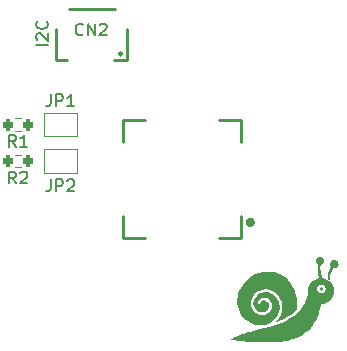
<source format=gbr>
%TF.GenerationSoftware,KiCad,Pcbnew,7.0.11-7.0.11~ubuntu22.04.1*%
%TF.CreationDate,2024-06-13T22:21:10+02:00*%
%TF.ProjectId,schneggi_sensor_kicad7,7363686e-6567-4676-995f-73656e736f72,rev?*%
%TF.SameCoordinates,Original*%
%TF.FileFunction,Legend,Top*%
%TF.FilePolarity,Positive*%
%FSLAX46Y46*%
G04 Gerber Fmt 4.6, Leading zero omitted, Abs format (unit mm)*
G04 Created by KiCad (PCBNEW 7.0.11-7.0.11~ubuntu22.04.1) date 2024-06-13 22:21:10*
%MOMM*%
%LPD*%
G01*
G04 APERTURE LIST*
G04 Aperture macros list*
%AMRoundRect*
0 Rectangle with rounded corners*
0 $1 Rounding radius*
0 $2 $3 $4 $5 $6 $7 $8 $9 X,Y pos of 4 corners*
0 Add a 4 corners polygon primitive as box body*
4,1,4,$2,$3,$4,$5,$6,$7,$8,$9,$2,$3,0*
0 Add four circle primitives for the rounded corners*
1,1,$1+$1,$2,$3*
1,1,$1+$1,$4,$5*
1,1,$1+$1,$6,$7*
1,1,$1+$1,$8,$9*
0 Add four rect primitives between the rounded corners*
20,1,$1+$1,$2,$3,$4,$5,0*
20,1,$1+$1,$4,$5,$6,$7,0*
20,1,$1+$1,$6,$7,$8,$9,0*
20,1,$1+$1,$8,$9,$2,$3,0*%
%AMFreePoly0*
4,1,6,1.000000,0.000000,0.500000,-0.750000,-0.500000,-0.750000,-0.500000,0.750000,0.500000,0.750000,1.000000,0.000000,1.000000,0.000000,$1*%
%AMFreePoly1*
4,1,6,0.500000,-0.750000,-0.650000,-0.750000,-0.150000,0.000000,-0.650000,0.750000,0.500000,0.750000,0.500000,-0.750000,0.500000,-0.750000,$1*%
G04 Aperture macros list end*
%ADD10C,0.150000*%
%ADD11C,0.120000*%
%ADD12C,0.250000*%
%ADD13C,0.400000*%
%ADD14RoundRect,0.200000X0.200000X0.275000X-0.200000X0.275000X-0.200000X-0.275000X0.200000X-0.275000X0*%
%ADD15C,2.200000*%
%ADD16FreePoly0,180.000000*%
%ADD17FreePoly1,180.000000*%
%ADD18R,2.200000X0.800000*%
%ADD19R,0.800000X2.200000*%
%ADD20R,4.800000X4.800000*%
%ADD21R,0.600000X1.550000*%
%ADD22R,1.200000X1.800000*%
G04 APERTURE END LIST*
D10*
X6154819Y-3676189D02*
X5154819Y-3676189D01*
X5250057Y-3247618D02*
X5202438Y-3199999D01*
X5202438Y-3199999D02*
X5154819Y-3104761D01*
X5154819Y-3104761D02*
X5154819Y-2866666D01*
X5154819Y-2866666D02*
X5202438Y-2771428D01*
X5202438Y-2771428D02*
X5250057Y-2723809D01*
X5250057Y-2723809D02*
X5345295Y-2676190D01*
X5345295Y-2676190D02*
X5440533Y-2676190D01*
X5440533Y-2676190D02*
X5583390Y-2723809D01*
X5583390Y-2723809D02*
X6154819Y-3295237D01*
X6154819Y-3295237D02*
X6154819Y-2676190D01*
X6059580Y-1676190D02*
X6107200Y-1723809D01*
X6107200Y-1723809D02*
X6154819Y-1866666D01*
X6154819Y-1866666D02*
X6154819Y-1961904D01*
X6154819Y-1961904D02*
X6107200Y-2104761D01*
X6107200Y-2104761D02*
X6011961Y-2199999D01*
X6011961Y-2199999D02*
X5916723Y-2247618D01*
X5916723Y-2247618D02*
X5726247Y-2295237D01*
X5726247Y-2295237D02*
X5583390Y-2295237D01*
X5583390Y-2295237D02*
X5392914Y-2247618D01*
X5392914Y-2247618D02*
X5297676Y-2199999D01*
X5297676Y-2199999D02*
X5202438Y-2104761D01*
X5202438Y-2104761D02*
X5154819Y-1961904D01*
X5154819Y-1961904D02*
X5154819Y-1866666D01*
X5154819Y-1866666D02*
X5202438Y-1723809D01*
X5202438Y-1723809D02*
X5250057Y-1676190D01*
X3433333Y-15384819D02*
X3100000Y-14908628D01*
X2861905Y-15384819D02*
X2861905Y-14384819D01*
X2861905Y-14384819D02*
X3242857Y-14384819D01*
X3242857Y-14384819D02*
X3338095Y-14432438D01*
X3338095Y-14432438D02*
X3385714Y-14480057D01*
X3385714Y-14480057D02*
X3433333Y-14575295D01*
X3433333Y-14575295D02*
X3433333Y-14718152D01*
X3433333Y-14718152D02*
X3385714Y-14813390D01*
X3385714Y-14813390D02*
X3338095Y-14861009D01*
X3338095Y-14861009D02*
X3242857Y-14908628D01*
X3242857Y-14908628D02*
X2861905Y-14908628D01*
X3814286Y-14480057D02*
X3861905Y-14432438D01*
X3861905Y-14432438D02*
X3957143Y-14384819D01*
X3957143Y-14384819D02*
X4195238Y-14384819D01*
X4195238Y-14384819D02*
X4290476Y-14432438D01*
X4290476Y-14432438D02*
X4338095Y-14480057D01*
X4338095Y-14480057D02*
X4385714Y-14575295D01*
X4385714Y-14575295D02*
X4385714Y-14670533D01*
X4385714Y-14670533D02*
X4338095Y-14813390D01*
X4338095Y-14813390D02*
X3766667Y-15384819D01*
X3766667Y-15384819D02*
X4385714Y-15384819D01*
X3433333Y-12284819D02*
X3100000Y-11808628D01*
X2861905Y-12284819D02*
X2861905Y-11284819D01*
X2861905Y-11284819D02*
X3242857Y-11284819D01*
X3242857Y-11284819D02*
X3338095Y-11332438D01*
X3338095Y-11332438D02*
X3385714Y-11380057D01*
X3385714Y-11380057D02*
X3433333Y-11475295D01*
X3433333Y-11475295D02*
X3433333Y-11618152D01*
X3433333Y-11618152D02*
X3385714Y-11713390D01*
X3385714Y-11713390D02*
X3338095Y-11761009D01*
X3338095Y-11761009D02*
X3242857Y-11808628D01*
X3242857Y-11808628D02*
X2861905Y-11808628D01*
X4385714Y-12284819D02*
X3814286Y-12284819D01*
X4100000Y-12284819D02*
X4100000Y-11284819D01*
X4100000Y-11284819D02*
X4004762Y-11427676D01*
X4004762Y-11427676D02*
X3909524Y-11522914D01*
X3909524Y-11522914D02*
X3814286Y-11570533D01*
X6366666Y-15054819D02*
X6366666Y-15769104D01*
X6366666Y-15769104D02*
X6319047Y-15911961D01*
X6319047Y-15911961D02*
X6223809Y-16007200D01*
X6223809Y-16007200D02*
X6080952Y-16054819D01*
X6080952Y-16054819D02*
X5985714Y-16054819D01*
X6842857Y-16054819D02*
X6842857Y-15054819D01*
X6842857Y-15054819D02*
X7223809Y-15054819D01*
X7223809Y-15054819D02*
X7319047Y-15102438D01*
X7319047Y-15102438D02*
X7366666Y-15150057D01*
X7366666Y-15150057D02*
X7414285Y-15245295D01*
X7414285Y-15245295D02*
X7414285Y-15388152D01*
X7414285Y-15388152D02*
X7366666Y-15483390D01*
X7366666Y-15483390D02*
X7319047Y-15531009D01*
X7319047Y-15531009D02*
X7223809Y-15578628D01*
X7223809Y-15578628D02*
X6842857Y-15578628D01*
X7795238Y-15150057D02*
X7842857Y-15102438D01*
X7842857Y-15102438D02*
X7938095Y-15054819D01*
X7938095Y-15054819D02*
X8176190Y-15054819D01*
X8176190Y-15054819D02*
X8271428Y-15102438D01*
X8271428Y-15102438D02*
X8319047Y-15150057D01*
X8319047Y-15150057D02*
X8366666Y-15245295D01*
X8366666Y-15245295D02*
X8366666Y-15340533D01*
X8366666Y-15340533D02*
X8319047Y-15483390D01*
X8319047Y-15483390D02*
X7747619Y-16054819D01*
X7747619Y-16054819D02*
X8366666Y-16054819D01*
X9109523Y-2759580D02*
X9061904Y-2807200D01*
X9061904Y-2807200D02*
X8919047Y-2854819D01*
X8919047Y-2854819D02*
X8823809Y-2854819D01*
X8823809Y-2854819D02*
X8680952Y-2807200D01*
X8680952Y-2807200D02*
X8585714Y-2711961D01*
X8585714Y-2711961D02*
X8538095Y-2616723D01*
X8538095Y-2616723D02*
X8490476Y-2426247D01*
X8490476Y-2426247D02*
X8490476Y-2283390D01*
X8490476Y-2283390D02*
X8538095Y-2092914D01*
X8538095Y-2092914D02*
X8585714Y-1997676D01*
X8585714Y-1997676D02*
X8680952Y-1902438D01*
X8680952Y-1902438D02*
X8823809Y-1854819D01*
X8823809Y-1854819D02*
X8919047Y-1854819D01*
X8919047Y-1854819D02*
X9061904Y-1902438D01*
X9061904Y-1902438D02*
X9109523Y-1950057D01*
X9538095Y-2854819D02*
X9538095Y-1854819D01*
X9538095Y-1854819D02*
X10109523Y-2854819D01*
X10109523Y-2854819D02*
X10109523Y-1854819D01*
X10538095Y-1950057D02*
X10585714Y-1902438D01*
X10585714Y-1902438D02*
X10680952Y-1854819D01*
X10680952Y-1854819D02*
X10919047Y-1854819D01*
X10919047Y-1854819D02*
X11014285Y-1902438D01*
X11014285Y-1902438D02*
X11061904Y-1950057D01*
X11061904Y-1950057D02*
X11109523Y-2045295D01*
X11109523Y-2045295D02*
X11109523Y-2140533D01*
X11109523Y-2140533D02*
X11061904Y-2283390D01*
X11061904Y-2283390D02*
X10490476Y-2854819D01*
X10490476Y-2854819D02*
X11109523Y-2854819D01*
X6366666Y-7854819D02*
X6366666Y-8569104D01*
X6366666Y-8569104D02*
X6319047Y-8711961D01*
X6319047Y-8711961D02*
X6223809Y-8807200D01*
X6223809Y-8807200D02*
X6080952Y-8854819D01*
X6080952Y-8854819D02*
X5985714Y-8854819D01*
X6842857Y-8854819D02*
X6842857Y-7854819D01*
X6842857Y-7854819D02*
X7223809Y-7854819D01*
X7223809Y-7854819D02*
X7319047Y-7902438D01*
X7319047Y-7902438D02*
X7366666Y-7950057D01*
X7366666Y-7950057D02*
X7414285Y-8045295D01*
X7414285Y-8045295D02*
X7414285Y-8188152D01*
X7414285Y-8188152D02*
X7366666Y-8283390D01*
X7366666Y-8283390D02*
X7319047Y-8331009D01*
X7319047Y-8331009D02*
X7223809Y-8378628D01*
X7223809Y-8378628D02*
X6842857Y-8378628D01*
X8366666Y-8854819D02*
X7795238Y-8854819D01*
X8080952Y-8854819D02*
X8080952Y-7854819D01*
X8080952Y-7854819D02*
X7985714Y-7997676D01*
X7985714Y-7997676D02*
X7890476Y-8092914D01*
X7890476Y-8092914D02*
X7795238Y-8140533D01*
D11*
%TO.C,R2*%
X3837258Y-12977500D02*
X3362742Y-12977500D01*
X3837258Y-14022500D02*
X3362742Y-14022500D01*
%TO.C,R1*%
X3837258Y-9877500D02*
X3362742Y-9877500D01*
X3837258Y-10922500D02*
X3362742Y-10922500D01*
%TO.C,JP2*%
X8625000Y-14500000D02*
X5825000Y-14500000D01*
X8625000Y-12500000D02*
X8625000Y-14500000D01*
X5825000Y-14500000D02*
X5825000Y-12500000D01*
X5825000Y-12500000D02*
X8625000Y-12500000D01*
D12*
%TO.C,U1*%
X22500000Y-20000000D02*
X20630000Y-20000000D01*
X22500000Y-18130000D02*
X22500000Y-20000000D01*
X22500000Y-10000000D02*
X22500000Y-11870000D01*
X20630000Y-10000000D02*
X22500000Y-10000000D01*
X14370000Y-20000000D02*
X12500000Y-20000000D01*
X12500000Y-20000000D02*
X12500000Y-18130000D01*
X12500000Y-11870000D02*
X12500000Y-10000000D01*
X12500000Y-10000000D02*
X14370000Y-10000000D01*
D13*
X23490000Y-18690000D02*
G75*
G03*
X23090000Y-18690000I-200000J0D01*
G01*
X23090000Y-18690000D02*
G75*
G03*
X23490000Y-18690000I200000J0D01*
G01*
D12*
%TO.C,CN2*%
X12820000Y-4900000D02*
X12820000Y-2300000D01*
X11820000Y-640000D02*
X7920000Y-640000D01*
X11740000Y-4900000D02*
X12820000Y-4900000D01*
X7760000Y-4900000D02*
X6840000Y-4900000D01*
X6840000Y-4900000D02*
X6840000Y-2290000D01*
X12420000Y-4410000D02*
G75*
G03*
X12180000Y-4410000I-120000J0D01*
G01*
X12180000Y-4410000D02*
G75*
G03*
X12420000Y-4410000I120000J0D01*
G01*
D11*
%TO.C,JP1*%
X8600000Y-11400000D02*
X5800000Y-11400000D01*
X8600000Y-9400000D02*
X8600000Y-11400000D01*
X5800000Y-11400000D02*
X5800000Y-9400000D01*
X5800000Y-9400000D02*
X8600000Y-9400000D01*
%TO.C,G\u002A\u002A\u002A*%
G36*
X29343972Y-24181899D02*
G01*
X29392320Y-24226028D01*
X29420663Y-24284570D01*
X29423846Y-24311000D01*
X29407570Y-24371959D01*
X29366384Y-24423761D01*
X29311745Y-24454128D01*
X29287077Y-24457538D01*
X29248813Y-24445990D01*
X29203145Y-24418101D01*
X29201788Y-24417043D01*
X29158834Y-24361815D01*
X29149104Y-24297491D01*
X29172599Y-24235543D01*
X29201788Y-24204956D01*
X29247340Y-24176708D01*
X29286176Y-24164475D01*
X29287077Y-24164461D01*
X29343972Y-24181899D01*
G37*
G36*
X30524165Y-21863583D02*
G01*
X30612952Y-21913100D01*
X30685770Y-21989637D01*
X30734077Y-22087114D01*
X30750104Y-22192691D01*
X30731974Y-22294838D01*
X30684498Y-22387173D01*
X30612485Y-22463315D01*
X30520743Y-22516881D01*
X30414083Y-22541490D01*
X30391000Y-22542378D01*
X30344392Y-22545747D01*
X30310967Y-22560558D01*
X30278621Y-22594884D01*
X30248216Y-22637674D01*
X30153220Y-22810776D01*
X30089975Y-23001598D01*
X30060428Y-23202584D01*
X30061905Y-23359993D01*
X30065065Y-23445094D01*
X30057839Y-23499196D01*
X30045989Y-23522604D01*
X29992462Y-23560399D01*
X29927645Y-23564389D01*
X29897229Y-23554080D01*
X29867904Y-23533548D01*
X29847425Y-23500508D01*
X29834446Y-23448798D01*
X29827622Y-23372256D01*
X29825606Y-23264718D01*
X29825731Y-23226615D01*
X29844934Y-23003892D01*
X29898888Y-22795284D01*
X29986618Y-22603828D01*
X30063609Y-22486921D01*
X30093830Y-22443407D01*
X30102185Y-22412455D01*
X30091047Y-22375975D01*
X30080993Y-22354373D01*
X30058195Y-22278385D01*
X30050154Y-22188147D01*
X30057109Y-22100895D01*
X30076640Y-22038683D01*
X30144152Y-21945650D01*
X30229402Y-21882120D01*
X30325649Y-21847596D01*
X30426150Y-21841583D01*
X30524165Y-21863583D01*
G37*
G36*
X24967929Y-22868433D02*
G01*
X25115955Y-22876164D01*
X25249445Y-22891545D01*
X25380539Y-22916122D01*
X25521373Y-22951442D01*
X25574069Y-22966299D01*
X25821936Y-23057894D01*
X26055957Y-23185354D01*
X26274956Y-23347578D01*
X26477757Y-23543466D01*
X26663184Y-23771918D01*
X26830061Y-24031833D01*
X26942609Y-24247319D01*
X27066034Y-24539514D01*
X27160511Y-24835783D01*
X27224900Y-25130572D01*
X27258061Y-25418329D01*
X27258858Y-25693503D01*
X27253520Y-25763400D01*
X27240767Y-25886685D01*
X27226173Y-25979875D01*
X27205352Y-26051868D01*
X27173921Y-26111565D01*
X27127492Y-26167862D01*
X27061681Y-26229661D01*
X26996139Y-26285667D01*
X26693292Y-26516479D01*
X26360390Y-26725151D01*
X26000799Y-26909789D01*
X25617888Y-27068496D01*
X25580056Y-27082288D01*
X25438804Y-27133177D01*
X25563593Y-26984276D01*
X25722120Y-26768606D01*
X25844995Y-26544159D01*
X25932093Y-26313637D01*
X25983293Y-26079740D01*
X25998470Y-25845171D01*
X25977501Y-25612630D01*
X25920263Y-25384820D01*
X25826633Y-25164440D01*
X25696488Y-24954193D01*
X25658520Y-24903899D01*
X25511446Y-24745601D01*
X25336158Y-24606476D01*
X25140967Y-24491815D01*
X24934188Y-24406909D01*
X24832307Y-24378047D01*
X24721101Y-24360685D01*
X24588126Y-24354212D01*
X24449062Y-24358357D01*
X24319589Y-24372849D01*
X24246154Y-24388176D01*
X24049974Y-24458022D01*
X23871578Y-24556690D01*
X23713534Y-24680246D01*
X23578413Y-24824757D01*
X23468783Y-24986288D01*
X23387213Y-25160906D01*
X23336273Y-25344678D01*
X23318533Y-25533669D01*
X23336560Y-25723947D01*
X23345828Y-25766615D01*
X23407739Y-25944503D01*
X23501805Y-26107413D01*
X23623326Y-26250885D01*
X23767600Y-26370456D01*
X23929925Y-26461664D01*
X24105601Y-26520047D01*
X24148635Y-26528577D01*
X24316862Y-26538511D01*
X24483360Y-26512720D01*
X24642096Y-26454318D01*
X24787034Y-26366419D01*
X24912140Y-26252138D01*
X25011380Y-26114588D01*
X25034028Y-26071678D01*
X25090198Y-25915666D01*
X25110171Y-25757921D01*
X25095648Y-25603555D01*
X25048328Y-25457678D01*
X24969910Y-25325401D01*
X24862095Y-25211835D01*
X24726581Y-25122090D01*
X24716553Y-25117054D01*
X24637170Y-25090558D01*
X24536993Y-25074949D01*
X24428977Y-25070444D01*
X24326076Y-25077261D01*
X24241246Y-25095617D01*
X24210794Y-25108567D01*
X24110537Y-25177334D01*
X24020611Y-25265480D01*
X23953367Y-25360400D01*
X23941784Y-25383198D01*
X23913288Y-25464651D01*
X23915149Y-25523981D01*
X23948010Y-25564445D01*
X23980669Y-25580249D01*
X24031890Y-25588662D01*
X24075557Y-25570203D01*
X24118360Y-25520627D01*
X24145641Y-25475558D01*
X24217339Y-25382441D01*
X24307072Y-25320942D01*
X24409093Y-25291670D01*
X24517654Y-25295236D01*
X24627009Y-25332252D01*
X24731410Y-25403327D01*
X24741289Y-25412269D01*
X24820677Y-25510622D01*
X24867547Y-25623892D01*
X24882288Y-25745930D01*
X24865294Y-25870584D01*
X24816956Y-25991703D01*
X24737665Y-26103137D01*
X24694563Y-26146172D01*
X24590436Y-26226255D01*
X24484284Y-26275829D01*
X24363735Y-26299531D01*
X24275461Y-26303268D01*
X24186161Y-26300826D01*
X24118828Y-26291238D01*
X24056520Y-26270964D01*
X24001923Y-26246145D01*
X23860622Y-26157119D01*
X23740209Y-26040707D01*
X23644840Y-25903382D01*
X23578672Y-25751616D01*
X23545858Y-25591881D01*
X23543001Y-25531374D01*
X23561410Y-25364962D01*
X23614744Y-25203120D01*
X23698849Y-25050469D01*
X23809572Y-24911635D01*
X23942762Y-24791239D01*
X24094266Y-24693905D01*
X24259930Y-24624257D01*
X24385000Y-24593957D01*
X24579374Y-24580314D01*
X24771620Y-24603237D01*
X24957943Y-24660254D01*
X25134552Y-24748889D01*
X25297651Y-24866667D01*
X25443448Y-25011115D01*
X25568148Y-25179759D01*
X25667959Y-25370123D01*
X25700030Y-25451699D01*
X25725249Y-25525153D01*
X25742218Y-25585938D01*
X25752514Y-25645288D01*
X25757718Y-25714440D01*
X25759408Y-25804629D01*
X25759391Y-25874077D01*
X25758128Y-25985151D01*
X25754193Y-26068433D01*
X25746071Y-26135192D01*
X25732249Y-26196697D01*
X25711215Y-26264214D01*
X25704295Y-26284384D01*
X25607059Y-26509356D01*
X25479045Y-26717379D01*
X25324159Y-26904357D01*
X25146307Y-27066195D01*
X24949394Y-27198797D01*
X24737545Y-27297988D01*
X24504727Y-27367963D01*
X24267806Y-27407593D01*
X24036288Y-27415624D01*
X23916410Y-27406326D01*
X23831817Y-27391603D01*
X23728179Y-27367081D01*
X23622896Y-27337062D01*
X23581169Y-27323438D01*
X23323878Y-27215551D01*
X23087955Y-27077106D01*
X22875030Y-26911231D01*
X22686731Y-26721055D01*
X22524686Y-26509707D01*
X22390524Y-26280317D01*
X22285873Y-26036012D01*
X22212362Y-25779923D01*
X22171618Y-25515177D01*
X22165271Y-25244905D01*
X22194949Y-24972234D01*
X22245182Y-24756337D01*
X22344582Y-24471650D01*
X22472426Y-24209010D01*
X22631700Y-23963465D01*
X22825388Y-23730063D01*
X22926505Y-23625763D01*
X23167947Y-23414741D01*
X23431628Y-23235567D01*
X23716087Y-23089020D01*
X24019865Y-22975876D01*
X24266539Y-22911897D01*
X24364163Y-22893210D01*
X24459119Y-22880303D01*
X24562608Y-22872217D01*
X24685831Y-22867994D01*
X24793230Y-22866806D01*
X24967929Y-22868433D01*
G37*
G36*
X29249232Y-21596063D02*
G01*
X29343634Y-21631732D01*
X29423892Y-21692382D01*
X29483728Y-21775109D01*
X29516867Y-21877005D01*
X29521465Y-21935360D01*
X29504882Y-22053499D01*
X29454727Y-22151721D01*
X29370654Y-22230600D01*
X29329252Y-22255889D01*
X29231734Y-22308965D01*
X29218609Y-22450290D01*
X29215957Y-22608630D01*
X29233842Y-22788671D01*
X29270922Y-22979735D01*
X29298044Y-23082322D01*
X29326203Y-23185856D01*
X29340793Y-23259623D01*
X29341913Y-23310461D01*
X29329662Y-23345212D01*
X29304141Y-23370714D01*
X29302268Y-23372046D01*
X29274102Y-23393301D01*
X29277857Y-23401259D01*
X29317062Y-23402461D01*
X29318681Y-23402461D01*
X29390248Y-23409946D01*
X29484188Y-23429903D01*
X29587317Y-23458590D01*
X29686456Y-23492262D01*
X29768421Y-23527174D01*
X29781488Y-23533919D01*
X29931821Y-23635056D01*
X30069360Y-23766975D01*
X30188004Y-23921959D01*
X30281651Y-24092290D01*
X30334011Y-24232846D01*
X30368135Y-24416000D01*
X30365777Y-24601390D01*
X30328938Y-24784457D01*
X30259617Y-24960645D01*
X30159815Y-25125394D01*
X30031532Y-25274148D01*
X29876768Y-25402349D01*
X29798919Y-25452177D01*
X29704191Y-25501357D01*
X29598776Y-25545764D01*
X29494272Y-25581355D01*
X29402279Y-25604091D01*
X29345052Y-25610307D01*
X29306632Y-25615591D01*
X29274690Y-25634432D01*
X29247126Y-25671316D01*
X29221843Y-25730728D01*
X29196743Y-25817154D01*
X29169727Y-25935080D01*
X29151441Y-26024251D01*
X29105620Y-26239072D01*
X29059156Y-26423227D01*
X29009135Y-26585062D01*
X28952642Y-26732923D01*
X28886763Y-26875153D01*
X28808583Y-27020100D01*
X28796058Y-27041830D01*
X28601738Y-27338012D01*
X28376669Y-27611556D01*
X28123036Y-27860858D01*
X27843023Y-28084315D01*
X27538814Y-28280323D01*
X27212594Y-28447278D01*
X26866547Y-28583575D01*
X26580729Y-28668483D01*
X26468330Y-28696768D01*
X26366745Y-28720700D01*
X26271411Y-28740664D01*
X26177763Y-28757045D01*
X26081240Y-28770226D01*
X25977277Y-28780594D01*
X25861312Y-28788531D01*
X25728781Y-28794424D01*
X25575120Y-28798655D01*
X25395766Y-28801611D01*
X25186156Y-28803676D01*
X24959307Y-28805138D01*
X24749439Y-28805870D01*
X24533281Y-28805841D01*
X24317737Y-28805105D01*
X24109712Y-28803714D01*
X23916113Y-28801720D01*
X23743843Y-28799177D01*
X23599807Y-28796138D01*
X23533000Y-28794205D01*
X23256978Y-28783738D01*
X22994818Y-28771130D01*
X22748997Y-28756638D01*
X22521989Y-28740521D01*
X22316272Y-28723035D01*
X22134321Y-28704438D01*
X21978612Y-28684987D01*
X21851622Y-28664940D01*
X21755826Y-28644555D01*
X21693701Y-28624089D01*
X21667723Y-28603799D01*
X21667077Y-28600140D01*
X21684615Y-28571234D01*
X21734066Y-28531479D01*
X21810687Y-28483564D01*
X21909735Y-28430177D01*
X22026464Y-28374005D01*
X22156132Y-28317738D01*
X22188994Y-28304380D01*
X22272164Y-28271668D01*
X22355681Y-28240361D01*
X22444072Y-28209018D01*
X22541864Y-28176199D01*
X22653585Y-28140463D01*
X22783763Y-28100369D01*
X22936924Y-28054476D01*
X23117596Y-28001343D01*
X23330307Y-27939530D01*
X23386461Y-27923291D01*
X23552199Y-27875358D01*
X23710923Y-27829376D01*
X23857563Y-27786820D01*
X23987051Y-27749164D01*
X24094316Y-27717883D01*
X24174289Y-27694449D01*
X24221900Y-27680339D01*
X24222568Y-27680138D01*
X24279843Y-27664397D01*
X24367182Y-27642325D01*
X24476460Y-27615883D01*
X24599553Y-27587033D01*
X24728338Y-27557735D01*
X24745245Y-27553958D01*
X25193415Y-27441897D01*
X25607727Y-27312753D01*
X25989869Y-27165680D01*
X26341526Y-26999833D01*
X26664383Y-26814368D01*
X26960128Y-26608439D01*
X27230446Y-26381201D01*
X27383972Y-26231350D01*
X27583546Y-26007447D01*
X27750609Y-25779159D01*
X27890732Y-25537367D01*
X28009482Y-25272948D01*
X28070191Y-25107286D01*
X28099146Y-25020739D01*
X28118882Y-24953618D01*
X28131011Y-24894578D01*
X28137147Y-24832274D01*
X28138905Y-24755362D01*
X28137897Y-24652497D01*
X28137595Y-24633384D01*
X28138223Y-24481038D01*
X28146945Y-24356374D01*
X28152996Y-24321847D01*
X28921983Y-24321847D01*
X28940877Y-24432151D01*
X28979262Y-24512151D01*
X29059194Y-24601568D01*
X29157171Y-24656620D01*
X29271785Y-24676833D01*
X29401626Y-24661733D01*
X29414077Y-24658608D01*
X29484817Y-24624181D01*
X29554152Y-24563858D01*
X29609718Y-24489256D01*
X29623758Y-24461623D01*
X29653552Y-24348143D01*
X29646426Y-24232538D01*
X29603107Y-24123156D01*
X29592815Y-24106712D01*
X29517624Y-24025359D01*
X29424208Y-23973088D01*
X29320402Y-23949861D01*
X29214039Y-23955640D01*
X29112953Y-23990387D01*
X29024979Y-24054064D01*
X28979368Y-24109690D01*
X28934814Y-24210369D01*
X28921983Y-24321847D01*
X28152996Y-24321847D01*
X28165856Y-24248461D01*
X28197050Y-24146368D01*
X28242619Y-24039163D01*
X28257216Y-24008828D01*
X28331876Y-23887830D01*
X28433785Y-23766631D01*
X28552575Y-23655606D01*
X28677874Y-23565128D01*
X28730230Y-23535605D01*
X28824949Y-23492852D01*
X28930200Y-23454507D01*
X29033617Y-23424339D01*
X29122830Y-23406116D01*
X29167299Y-23402461D01*
X29211102Y-23402461D01*
X29162089Y-23358500D01*
X29122681Y-23304247D01*
X29085378Y-23217894D01*
X29051548Y-23106412D01*
X29022564Y-22976770D01*
X28999795Y-22835940D01*
X28984612Y-22690890D01*
X28978386Y-22548592D01*
X28981001Y-22437601D01*
X28985949Y-22349229D01*
X28986953Y-22291193D01*
X28982564Y-22254828D01*
X28971332Y-22231472D01*
X28951808Y-22212462D01*
X28942039Y-22204675D01*
X28889136Y-22144377D01*
X28846542Y-22062037D01*
X28822052Y-21974606D01*
X28819012Y-21937077D01*
X28832886Y-21851406D01*
X28869236Y-21763438D01*
X28920148Y-21690215D01*
X28943920Y-21667999D01*
X29043098Y-21611291D01*
X29146961Y-21588281D01*
X29249232Y-21596063D01*
G37*
%TD*%
%LPC*%
D14*
%TO.C,R2*%
X4425000Y-13500000D03*
X2775000Y-13500000D03*
%TD*%
%TO.C,R1*%
X4425000Y-10400000D03*
X2775000Y-10400000D03*
%TD*%
D15*
%TO.C,H1*%
X2200000Y-2200000D03*
%TD*%
%TO.C,H4*%
X2200000Y-27800000D03*
%TD*%
%TO.C,H2*%
X32800000Y-2200000D03*
%TD*%
D16*
%TO.C,JP2*%
X7950000Y-13500000D03*
D17*
X6500000Y-13500000D03*
%TD*%
D18*
%TO.C,U1*%
X21850000Y-17500000D03*
X21850000Y-16250000D03*
X21850000Y-15000000D03*
X21850000Y-13750000D03*
X21850000Y-12500000D03*
D19*
X20000000Y-10650000D03*
X18750000Y-10650000D03*
X17500000Y-10650000D03*
X16250000Y-10650000D03*
X15000000Y-10650000D03*
D18*
X13150000Y-12500000D03*
X13150000Y-13750000D03*
X13150000Y-15000000D03*
X13150000Y-16250000D03*
X13150000Y-17500000D03*
D19*
X15000000Y-19350000D03*
X16250000Y-19350000D03*
X17500000Y-19350000D03*
X18750000Y-19350000D03*
X20000000Y-19350000D03*
D20*
X17500000Y-15000000D03*
%TD*%
D15*
%TO.C,H3*%
X32800000Y-27800000D03*
%TD*%
D21*
%TO.C,CN2*%
X11300000Y-5040000D03*
X10300000Y-5040000D03*
X9300000Y-5040000D03*
X8300000Y-5040000D03*
D22*
X7000000Y-1160000D03*
X12600000Y-1160000D03*
%TD*%
D16*
%TO.C,JP1*%
X7925000Y-10400000D03*
D17*
X6475000Y-10400000D03*
%TD*%
%LPD*%
M02*

</source>
